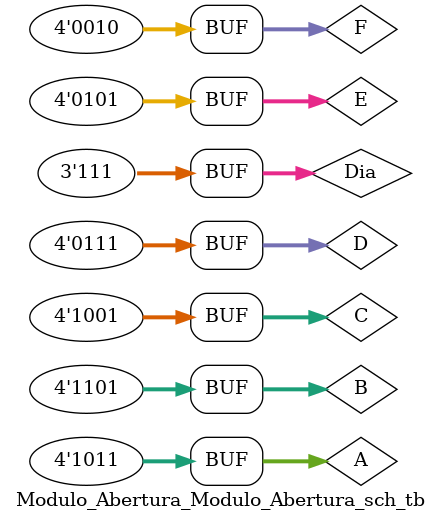
<source format=v>

`timescale 1ns / 1ps

module Modulo_Abertura_Modulo_Abertura_sch_tb();

// Inputs
   reg [3:0] A;
   reg [3:0] B;
   reg [3:0] C;
   reg [3:0] D;
   reg [3:0] E;
   reg [3:0] F;
   reg [2:0] Dia;

// Output
   wire Barreira;
   wire MatrVal;

// Bidirs

// Instantiate the UUT
   Modulo_Abertura UUT (
		.A(A), 
		.B(B), 
		.C(C), 
		.D(D), 
		.E(E), 
		.F(F), 
		.Dia(Dia), 
		.Barreira(Barreira), 
		.MatrVal(MatrVal) 
   );
// Initialize Inputs
  
      initial begin
	   A = 3;
		B = 4;
		C = 'hA;
		D = 3;
		E = 6;
		F = 6;
		Dia = 1;
		#80
		A = 3;
		B = 4;
		C = 'hA;
		D = 3;
		E = 6;
		F = 6;
		Dia = 2;
		#80
		A = 3;
		B = 4;
		C = 'hA;
		D = 3;
		E = 6;
		F = 6;
		Dia = 7;
		#80
		A = 'hB;
		B = 'hB;
		C = 'hA;
		D = 'hB;
		E = 'hF;
		F = 'hF;
		Dia = 1;
		#80
		A = 'hB;
		B = 'hB;
		C = 'hA;
		D = 'hB;
		E = 'hF;
		F = 'hF;
		Dia = 2;
		#80
		A = 'hB;
		B = 'hB;
		C = 'hA;
		D = 'hB;
		E = 'hF;
		F = 'hF;
		Dia = 7;
		#80
		A = 1;
		B = 2;
		C = 3;
		D = 4;
		E = 6;
		F = 8;
		Dia = 3;
		#80
		A = 1;
		B = 2;
		C = 3;
		D = 4;
		E = 6;
		F = 8;
		Dia = 4;
		#80
		A = 1;
		B = 2;
		C = 3;
		D = 4;
		E = 6;
		F = 8;
		Dia = 7;
		#80
		A = 'hB;
		B = 'hD;
		C = 9;
		D = 7;
		E = 5;
		F = 2;
		Dia = 5;
		#80
		A = 'hB;
		B = 'hD;
		C = 9;
		D = 7;
		E = 5;
		F = 2;
		Dia = 6;
		#80
		A = 'hB;
		B = 'hD;
		C = 9;
		D = 7;
		E = 5;
		F = 2;
		Dia = 7;
   end
endmodule

</source>
